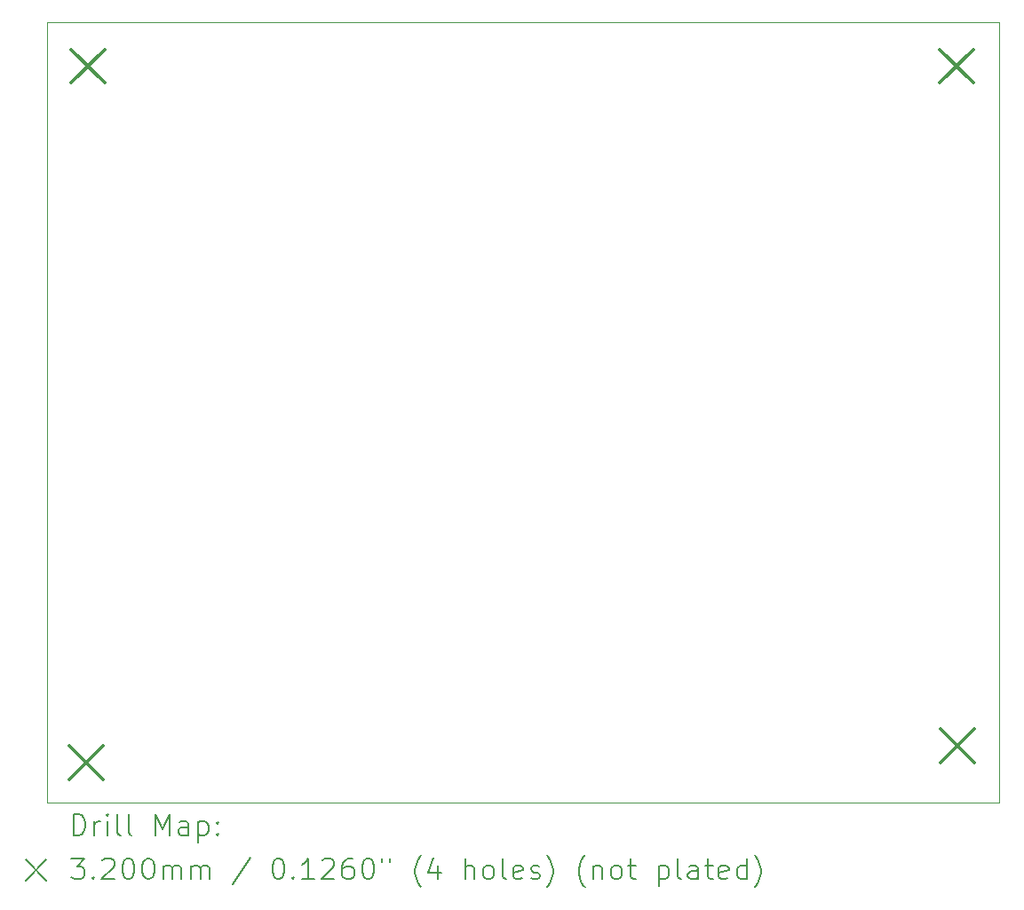
<source format=gbr>
%FSLAX45Y45*%
G04 Gerber Fmt 4.5, Leading zero omitted, Abs format (unit mm)*
G04 Created by KiCad (PCBNEW (6.0.5)) date 2025-09-09 17:56:18*
%MOMM*%
%LPD*%
G01*
G04 APERTURE LIST*
%TA.AperFunction,Profile*%
%ADD10C,0.100000*%
%TD*%
%ADD11C,0.200000*%
%ADD12C,0.320000*%
G04 APERTURE END LIST*
D10*
X17596000Y-6989000D02*
X8521000Y-6989000D01*
X8521000Y-6989000D02*
X8521000Y-14426000D01*
X8521000Y-14426000D02*
X17596000Y-14426000D01*
X17596000Y-14426000D02*
X17596000Y-6989000D01*
D11*
D12*
X8738000Y-13892000D02*
X9058000Y-14212000D01*
X9058000Y-13892000D02*
X8738000Y-14212000D01*
X8752000Y-7247000D02*
X9072000Y-7567000D01*
X9072000Y-7247000D02*
X8752000Y-7567000D01*
X17031000Y-7247000D02*
X17351000Y-7567000D01*
X17351000Y-7247000D02*
X17031000Y-7567000D01*
X17038000Y-13731000D02*
X17358000Y-14051000D01*
X17358000Y-13731000D02*
X17038000Y-14051000D01*
D11*
X8773619Y-14741476D02*
X8773619Y-14541476D01*
X8821238Y-14541476D01*
X8849810Y-14551000D01*
X8868857Y-14570048D01*
X8878381Y-14589095D01*
X8887905Y-14627190D01*
X8887905Y-14655762D01*
X8878381Y-14693857D01*
X8868857Y-14712905D01*
X8849810Y-14731952D01*
X8821238Y-14741476D01*
X8773619Y-14741476D01*
X8973619Y-14741476D02*
X8973619Y-14608143D01*
X8973619Y-14646238D02*
X8983143Y-14627190D01*
X8992667Y-14617667D01*
X9011714Y-14608143D01*
X9030762Y-14608143D01*
X9097429Y-14741476D02*
X9097429Y-14608143D01*
X9097429Y-14541476D02*
X9087905Y-14551000D01*
X9097429Y-14560524D01*
X9106952Y-14551000D01*
X9097429Y-14541476D01*
X9097429Y-14560524D01*
X9221238Y-14741476D02*
X9202190Y-14731952D01*
X9192667Y-14712905D01*
X9192667Y-14541476D01*
X9326000Y-14741476D02*
X9306952Y-14731952D01*
X9297429Y-14712905D01*
X9297429Y-14541476D01*
X9554571Y-14741476D02*
X9554571Y-14541476D01*
X9621238Y-14684333D01*
X9687905Y-14541476D01*
X9687905Y-14741476D01*
X9868857Y-14741476D02*
X9868857Y-14636714D01*
X9859333Y-14617667D01*
X9840286Y-14608143D01*
X9802190Y-14608143D01*
X9783143Y-14617667D01*
X9868857Y-14731952D02*
X9849810Y-14741476D01*
X9802190Y-14741476D01*
X9783143Y-14731952D01*
X9773619Y-14712905D01*
X9773619Y-14693857D01*
X9783143Y-14674809D01*
X9802190Y-14665286D01*
X9849810Y-14665286D01*
X9868857Y-14655762D01*
X9964095Y-14608143D02*
X9964095Y-14808143D01*
X9964095Y-14617667D02*
X9983143Y-14608143D01*
X10021238Y-14608143D01*
X10040286Y-14617667D01*
X10049810Y-14627190D01*
X10059333Y-14646238D01*
X10059333Y-14703381D01*
X10049810Y-14722428D01*
X10040286Y-14731952D01*
X10021238Y-14741476D01*
X9983143Y-14741476D01*
X9964095Y-14731952D01*
X10145048Y-14722428D02*
X10154571Y-14731952D01*
X10145048Y-14741476D01*
X10135524Y-14731952D01*
X10145048Y-14722428D01*
X10145048Y-14741476D01*
X10145048Y-14617667D02*
X10154571Y-14627190D01*
X10145048Y-14636714D01*
X10135524Y-14627190D01*
X10145048Y-14617667D01*
X10145048Y-14636714D01*
X8316000Y-14971000D02*
X8516000Y-15171000D01*
X8516000Y-14971000D02*
X8316000Y-15171000D01*
X8754571Y-14961476D02*
X8878381Y-14961476D01*
X8811714Y-15037667D01*
X8840286Y-15037667D01*
X8859333Y-15047190D01*
X8868857Y-15056714D01*
X8878381Y-15075762D01*
X8878381Y-15123381D01*
X8868857Y-15142428D01*
X8859333Y-15151952D01*
X8840286Y-15161476D01*
X8783143Y-15161476D01*
X8764095Y-15151952D01*
X8754571Y-15142428D01*
X8964095Y-15142428D02*
X8973619Y-15151952D01*
X8964095Y-15161476D01*
X8954571Y-15151952D01*
X8964095Y-15142428D01*
X8964095Y-15161476D01*
X9049810Y-14980524D02*
X9059333Y-14971000D01*
X9078381Y-14961476D01*
X9126000Y-14961476D01*
X9145048Y-14971000D01*
X9154571Y-14980524D01*
X9164095Y-14999571D01*
X9164095Y-15018619D01*
X9154571Y-15047190D01*
X9040286Y-15161476D01*
X9164095Y-15161476D01*
X9287905Y-14961476D02*
X9306952Y-14961476D01*
X9326000Y-14971000D01*
X9335524Y-14980524D01*
X9345048Y-14999571D01*
X9354571Y-15037667D01*
X9354571Y-15085286D01*
X9345048Y-15123381D01*
X9335524Y-15142428D01*
X9326000Y-15151952D01*
X9306952Y-15161476D01*
X9287905Y-15161476D01*
X9268857Y-15151952D01*
X9259333Y-15142428D01*
X9249810Y-15123381D01*
X9240286Y-15085286D01*
X9240286Y-15037667D01*
X9249810Y-14999571D01*
X9259333Y-14980524D01*
X9268857Y-14971000D01*
X9287905Y-14961476D01*
X9478381Y-14961476D02*
X9497429Y-14961476D01*
X9516476Y-14971000D01*
X9526000Y-14980524D01*
X9535524Y-14999571D01*
X9545048Y-15037667D01*
X9545048Y-15085286D01*
X9535524Y-15123381D01*
X9526000Y-15142428D01*
X9516476Y-15151952D01*
X9497429Y-15161476D01*
X9478381Y-15161476D01*
X9459333Y-15151952D01*
X9449810Y-15142428D01*
X9440286Y-15123381D01*
X9430762Y-15085286D01*
X9430762Y-15037667D01*
X9440286Y-14999571D01*
X9449810Y-14980524D01*
X9459333Y-14971000D01*
X9478381Y-14961476D01*
X9630762Y-15161476D02*
X9630762Y-15028143D01*
X9630762Y-15047190D02*
X9640286Y-15037667D01*
X9659333Y-15028143D01*
X9687905Y-15028143D01*
X9706952Y-15037667D01*
X9716476Y-15056714D01*
X9716476Y-15161476D01*
X9716476Y-15056714D02*
X9726000Y-15037667D01*
X9745048Y-15028143D01*
X9773619Y-15028143D01*
X9792667Y-15037667D01*
X9802190Y-15056714D01*
X9802190Y-15161476D01*
X9897429Y-15161476D02*
X9897429Y-15028143D01*
X9897429Y-15047190D02*
X9906952Y-15037667D01*
X9926000Y-15028143D01*
X9954571Y-15028143D01*
X9973619Y-15037667D01*
X9983143Y-15056714D01*
X9983143Y-15161476D01*
X9983143Y-15056714D02*
X9992667Y-15037667D01*
X10011714Y-15028143D01*
X10040286Y-15028143D01*
X10059333Y-15037667D01*
X10068857Y-15056714D01*
X10068857Y-15161476D01*
X10459333Y-14951952D02*
X10287905Y-15209095D01*
X10716476Y-14961476D02*
X10735524Y-14961476D01*
X10754571Y-14971000D01*
X10764095Y-14980524D01*
X10773619Y-14999571D01*
X10783143Y-15037667D01*
X10783143Y-15085286D01*
X10773619Y-15123381D01*
X10764095Y-15142428D01*
X10754571Y-15151952D01*
X10735524Y-15161476D01*
X10716476Y-15161476D01*
X10697429Y-15151952D01*
X10687905Y-15142428D01*
X10678381Y-15123381D01*
X10668857Y-15085286D01*
X10668857Y-15037667D01*
X10678381Y-14999571D01*
X10687905Y-14980524D01*
X10697429Y-14971000D01*
X10716476Y-14961476D01*
X10868857Y-15142428D02*
X10878381Y-15151952D01*
X10868857Y-15161476D01*
X10859333Y-15151952D01*
X10868857Y-15142428D01*
X10868857Y-15161476D01*
X11068857Y-15161476D02*
X10954571Y-15161476D01*
X11011714Y-15161476D02*
X11011714Y-14961476D01*
X10992667Y-14990048D01*
X10973619Y-15009095D01*
X10954571Y-15018619D01*
X11145048Y-14980524D02*
X11154571Y-14971000D01*
X11173619Y-14961476D01*
X11221238Y-14961476D01*
X11240286Y-14971000D01*
X11249809Y-14980524D01*
X11259333Y-14999571D01*
X11259333Y-15018619D01*
X11249809Y-15047190D01*
X11135524Y-15161476D01*
X11259333Y-15161476D01*
X11430762Y-14961476D02*
X11392667Y-14961476D01*
X11373619Y-14971000D01*
X11364095Y-14980524D01*
X11345048Y-15009095D01*
X11335524Y-15047190D01*
X11335524Y-15123381D01*
X11345048Y-15142428D01*
X11354571Y-15151952D01*
X11373619Y-15161476D01*
X11411714Y-15161476D01*
X11430762Y-15151952D01*
X11440286Y-15142428D01*
X11449809Y-15123381D01*
X11449809Y-15075762D01*
X11440286Y-15056714D01*
X11430762Y-15047190D01*
X11411714Y-15037667D01*
X11373619Y-15037667D01*
X11354571Y-15047190D01*
X11345048Y-15056714D01*
X11335524Y-15075762D01*
X11573619Y-14961476D02*
X11592667Y-14961476D01*
X11611714Y-14971000D01*
X11621238Y-14980524D01*
X11630762Y-14999571D01*
X11640286Y-15037667D01*
X11640286Y-15085286D01*
X11630762Y-15123381D01*
X11621238Y-15142428D01*
X11611714Y-15151952D01*
X11592667Y-15161476D01*
X11573619Y-15161476D01*
X11554571Y-15151952D01*
X11545048Y-15142428D01*
X11535524Y-15123381D01*
X11526000Y-15085286D01*
X11526000Y-15037667D01*
X11535524Y-14999571D01*
X11545048Y-14980524D01*
X11554571Y-14971000D01*
X11573619Y-14961476D01*
X11716476Y-14961476D02*
X11716476Y-14999571D01*
X11792667Y-14961476D02*
X11792667Y-14999571D01*
X12087905Y-15237667D02*
X12078381Y-15228143D01*
X12059333Y-15199571D01*
X12049809Y-15180524D01*
X12040286Y-15151952D01*
X12030762Y-15104333D01*
X12030762Y-15066238D01*
X12040286Y-15018619D01*
X12049809Y-14990048D01*
X12059333Y-14971000D01*
X12078381Y-14942428D01*
X12087905Y-14932905D01*
X12249809Y-15028143D02*
X12249809Y-15161476D01*
X12202190Y-14951952D02*
X12154571Y-15094809D01*
X12278381Y-15094809D01*
X12506952Y-15161476D02*
X12506952Y-14961476D01*
X12592667Y-15161476D02*
X12592667Y-15056714D01*
X12583143Y-15037667D01*
X12564095Y-15028143D01*
X12535524Y-15028143D01*
X12516476Y-15037667D01*
X12506952Y-15047190D01*
X12716476Y-15161476D02*
X12697428Y-15151952D01*
X12687905Y-15142428D01*
X12678381Y-15123381D01*
X12678381Y-15066238D01*
X12687905Y-15047190D01*
X12697428Y-15037667D01*
X12716476Y-15028143D01*
X12745048Y-15028143D01*
X12764095Y-15037667D01*
X12773619Y-15047190D01*
X12783143Y-15066238D01*
X12783143Y-15123381D01*
X12773619Y-15142428D01*
X12764095Y-15151952D01*
X12745048Y-15161476D01*
X12716476Y-15161476D01*
X12897428Y-15161476D02*
X12878381Y-15151952D01*
X12868857Y-15132905D01*
X12868857Y-14961476D01*
X13049809Y-15151952D02*
X13030762Y-15161476D01*
X12992667Y-15161476D01*
X12973619Y-15151952D01*
X12964095Y-15132905D01*
X12964095Y-15056714D01*
X12973619Y-15037667D01*
X12992667Y-15028143D01*
X13030762Y-15028143D01*
X13049809Y-15037667D01*
X13059333Y-15056714D01*
X13059333Y-15075762D01*
X12964095Y-15094809D01*
X13135524Y-15151952D02*
X13154571Y-15161476D01*
X13192667Y-15161476D01*
X13211714Y-15151952D01*
X13221238Y-15132905D01*
X13221238Y-15123381D01*
X13211714Y-15104333D01*
X13192667Y-15094809D01*
X13164095Y-15094809D01*
X13145048Y-15085286D01*
X13135524Y-15066238D01*
X13135524Y-15056714D01*
X13145048Y-15037667D01*
X13164095Y-15028143D01*
X13192667Y-15028143D01*
X13211714Y-15037667D01*
X13287905Y-15237667D02*
X13297428Y-15228143D01*
X13316476Y-15199571D01*
X13326000Y-15180524D01*
X13335524Y-15151952D01*
X13345048Y-15104333D01*
X13345048Y-15066238D01*
X13335524Y-15018619D01*
X13326000Y-14990048D01*
X13316476Y-14971000D01*
X13297428Y-14942428D01*
X13287905Y-14932905D01*
X13649809Y-15237667D02*
X13640286Y-15228143D01*
X13621238Y-15199571D01*
X13611714Y-15180524D01*
X13602190Y-15151952D01*
X13592667Y-15104333D01*
X13592667Y-15066238D01*
X13602190Y-15018619D01*
X13611714Y-14990048D01*
X13621238Y-14971000D01*
X13640286Y-14942428D01*
X13649809Y-14932905D01*
X13726000Y-15028143D02*
X13726000Y-15161476D01*
X13726000Y-15047190D02*
X13735524Y-15037667D01*
X13754571Y-15028143D01*
X13783143Y-15028143D01*
X13802190Y-15037667D01*
X13811714Y-15056714D01*
X13811714Y-15161476D01*
X13935524Y-15161476D02*
X13916476Y-15151952D01*
X13906952Y-15142428D01*
X13897428Y-15123381D01*
X13897428Y-15066238D01*
X13906952Y-15047190D01*
X13916476Y-15037667D01*
X13935524Y-15028143D01*
X13964095Y-15028143D01*
X13983143Y-15037667D01*
X13992667Y-15047190D01*
X14002190Y-15066238D01*
X14002190Y-15123381D01*
X13992667Y-15142428D01*
X13983143Y-15151952D01*
X13964095Y-15161476D01*
X13935524Y-15161476D01*
X14059333Y-15028143D02*
X14135524Y-15028143D01*
X14087905Y-14961476D02*
X14087905Y-15132905D01*
X14097428Y-15151952D01*
X14116476Y-15161476D01*
X14135524Y-15161476D01*
X14354571Y-15028143D02*
X14354571Y-15228143D01*
X14354571Y-15037667D02*
X14373619Y-15028143D01*
X14411714Y-15028143D01*
X14430762Y-15037667D01*
X14440286Y-15047190D01*
X14449809Y-15066238D01*
X14449809Y-15123381D01*
X14440286Y-15142428D01*
X14430762Y-15151952D01*
X14411714Y-15161476D01*
X14373619Y-15161476D01*
X14354571Y-15151952D01*
X14564095Y-15161476D02*
X14545048Y-15151952D01*
X14535524Y-15132905D01*
X14535524Y-14961476D01*
X14726000Y-15161476D02*
X14726000Y-15056714D01*
X14716476Y-15037667D01*
X14697428Y-15028143D01*
X14659333Y-15028143D01*
X14640286Y-15037667D01*
X14726000Y-15151952D02*
X14706952Y-15161476D01*
X14659333Y-15161476D01*
X14640286Y-15151952D01*
X14630762Y-15132905D01*
X14630762Y-15113857D01*
X14640286Y-15094809D01*
X14659333Y-15085286D01*
X14706952Y-15085286D01*
X14726000Y-15075762D01*
X14792667Y-15028143D02*
X14868857Y-15028143D01*
X14821238Y-14961476D02*
X14821238Y-15132905D01*
X14830762Y-15151952D01*
X14849809Y-15161476D01*
X14868857Y-15161476D01*
X15011714Y-15151952D02*
X14992667Y-15161476D01*
X14954571Y-15161476D01*
X14935524Y-15151952D01*
X14926000Y-15132905D01*
X14926000Y-15056714D01*
X14935524Y-15037667D01*
X14954571Y-15028143D01*
X14992667Y-15028143D01*
X15011714Y-15037667D01*
X15021238Y-15056714D01*
X15021238Y-15075762D01*
X14926000Y-15094809D01*
X15192667Y-15161476D02*
X15192667Y-14961476D01*
X15192667Y-15151952D02*
X15173619Y-15161476D01*
X15135524Y-15161476D01*
X15116476Y-15151952D01*
X15106952Y-15142428D01*
X15097428Y-15123381D01*
X15097428Y-15066238D01*
X15106952Y-15047190D01*
X15116476Y-15037667D01*
X15135524Y-15028143D01*
X15173619Y-15028143D01*
X15192667Y-15037667D01*
X15268857Y-15237667D02*
X15278381Y-15228143D01*
X15297428Y-15199571D01*
X15306952Y-15180524D01*
X15316476Y-15151952D01*
X15326000Y-15104333D01*
X15326000Y-15066238D01*
X15316476Y-15018619D01*
X15306952Y-14990048D01*
X15297428Y-14971000D01*
X15278381Y-14942428D01*
X15268857Y-14932905D01*
M02*

</source>
